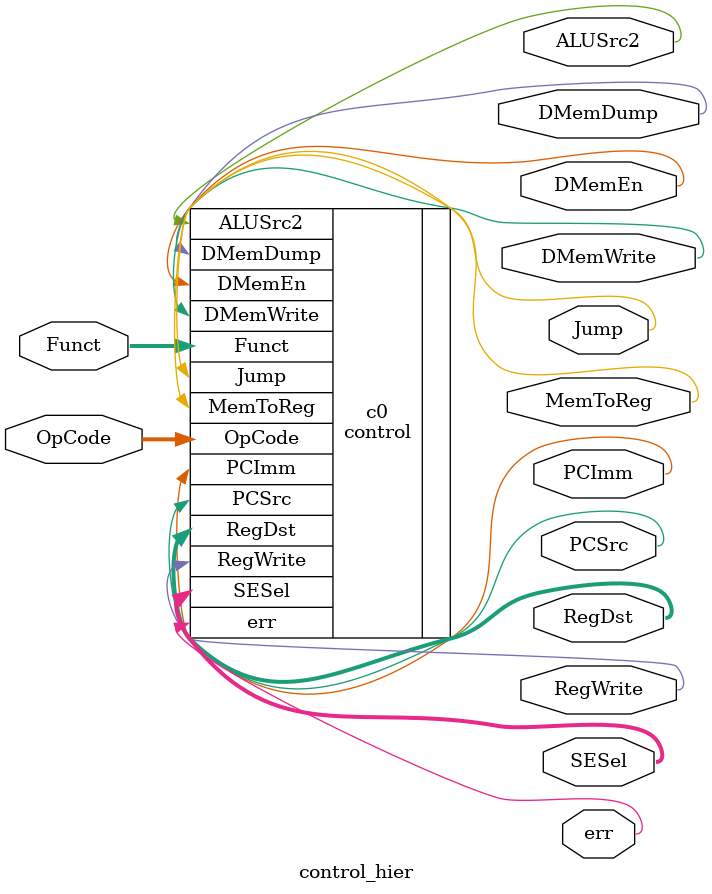
<source format=v>
/*
   CS/ECE 552, Spring '19
   Homework #6, Problem #1
  
   Wrapper module around global control logic.

   YOU SHALL NOT EDIT THIS FILE. ANY CHANGES TO THIS FILE WILL
   RESULT IN ZERO FOR THIS PROBLEM.
*/
module control_hier (/*AUTOARG*/
                     // Outputs
                     err, 
                     RegDst,
                     SESel,
                     RegWrite,
                     DMemWrite,
                     DMemEn,
                     ALUSrc2,
                     PCSrc,
					 PCImm,
                     MemToReg,
                     DMemDump,
                     Jump,
                     // Inputs
                     OpCode,
                     Funct
                     );

   // inputs
   input [4:0]  OpCode;
   input [1:0]  Funct;
   
   // outputs
   output       err;
   output       RegWrite, DMemWrite, DMemEn, ALUSrc2, PCSrc, 
                MemToReg, DMemDump, Jump, PCImm;
   output [1:0] RegDst;
   output [2:0] SESel;

   wire         clk, rst, errClkRst;

   // Ignore errClkRst for now
   clkrst clk_generator(.clk(clk), .rst(rst), .err(errClkRst) );
   control c0(
              // Outputs
              .err                          (err),
              .RegDst                       (RegDst),
              .SESel                        (SESel),
              .RegWrite                     (RegWrite),
              .DMemWrite                    (DMemWrite),
              .DMemEn                       (DMemEn),
              .ALUSrc2                      (ALUSrc2),
			  .PCImm						(PCImm),
              .PCSrc                        (PCSrc),
              .MemToReg                     (MemToReg),
              .DMemDump                     (DMemDump),
              .Jump                         (Jump),
              // Inputs
              .OpCode                       (OpCode),
              .Funct                        (Funct));

endmodule

</source>
